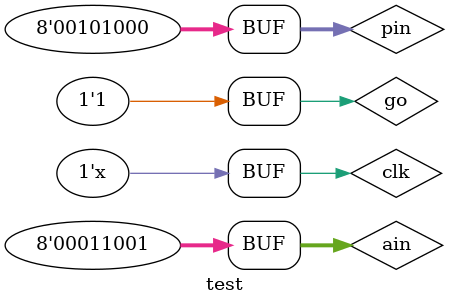
<source format=v>
`timescale 1ns / 1ps


module test;

	// Inputs
	reg go;
	reg clk;
	reg [7:0] ain;
	reg [7:0] pin;

	// Outputs
	wire done;
	wire [15:0] p;

	// Instantiate the Unit Under Test (UUT)
	top uut (
		.go(go), 
		.clk(clk), 
		.done(done), 
		.ain(ain), 
		.pin(pin), 
		.p(p)
	);

	always
	#5 clk = ~clk;

	initial begin
		// Initialize Inputs
		go = 0;
		clk = 0;
		ain = 20;
		pin = -10;

		// Wait 100 ns for global reset to finish
		#105;
        
		// Add stimulus here
		go = 1;
		
		#1000 go=0;
		ain = -10;
		pin = -60;
		#1000 go=1;
		#1000 go=0;
		
		ain = 25;
		pin = 40;
		#1000 go=1;

	end
      
endmodule


</source>
